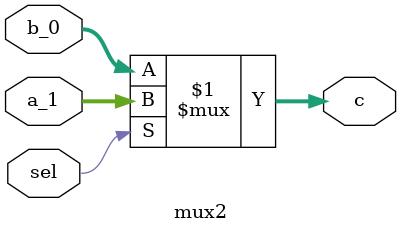
<source format=sv>
module mux2 (
input logic  [31:0] a_1,
input logic  [31:0] b_0,
input logic         sel,
output logic [31:0] c
);
assign c = sel ? a_1:b_0;
endmodule

</source>
